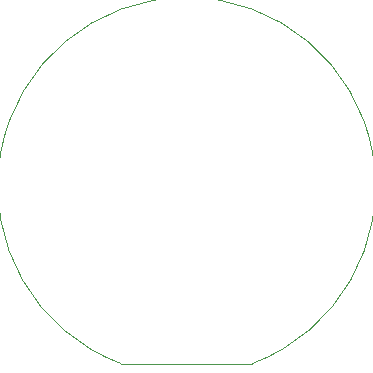
<source format=gbr>
%TF.GenerationSoftware,KiCad,Pcbnew,8.0.4*%
%TF.CreationDate,2024-09-03T19:15:54+05:30*%
%TF.ProjectId,OGS_B4_ISB1,4f47535f-4234-45f4-9953-42312e6b6963,rev?*%
%TF.SameCoordinates,Original*%
%TF.FileFunction,Profile,NP*%
%FSLAX46Y46*%
G04 Gerber Fmt 4.6, Leading zero omitted, Abs format (unit mm)*
G04 Created by KiCad (PCBNEW 8.0.4) date 2024-09-03 19:15:54*
%MOMM*%
%LPD*%
G01*
G04 APERTURE LIST*
%TA.AperFunction,Profile*%
%ADD10C,0.100000*%
%TD*%
G04 APERTURE END LIST*
D10*
X-5567764Y-14999998D02*
X5567764Y-14999998D01*
X-5567764Y-14999998D02*
G75*
G02*
X5567764Y-14999998I5567764J14999999D01*
G01*
M02*

</source>
